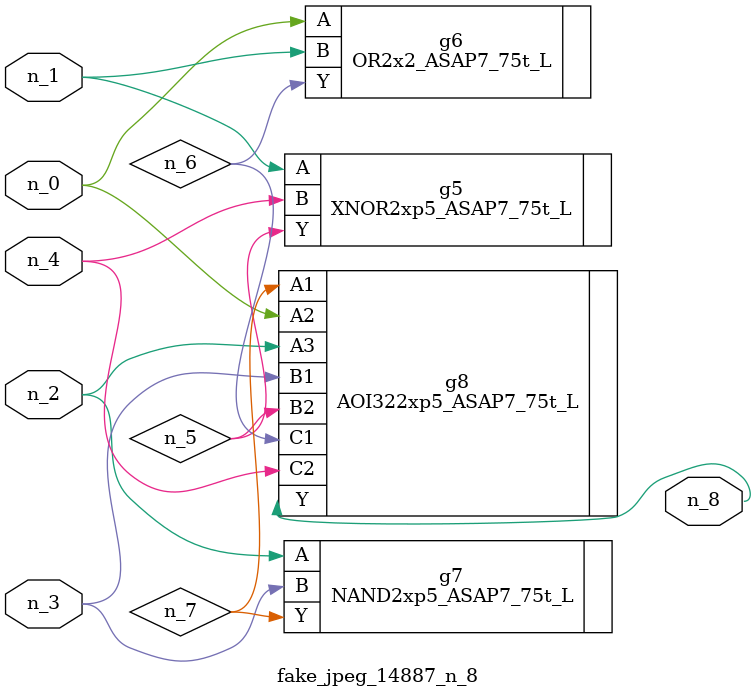
<source format=v>
module fake_jpeg_14887_n_8 (n_3, n_2, n_1, n_0, n_4, n_8);

input n_3;
input n_2;
input n_1;
input n_0;
input n_4;

output n_8;

wire n_6;
wire n_5;
wire n_7;

XNOR2xp5_ASAP7_75t_L g5 ( 
.A(n_1),
.B(n_4),
.Y(n_5)
);

OR2x2_ASAP7_75t_L g6 ( 
.A(n_0),
.B(n_1),
.Y(n_6)
);

NAND2xp5_ASAP7_75t_L g7 ( 
.A(n_2),
.B(n_3),
.Y(n_7)
);

AOI322xp5_ASAP7_75t_L g8 ( 
.A1(n_7),
.A2(n_0),
.A3(n_2),
.B1(n_3),
.B2(n_5),
.C1(n_6),
.C2(n_4),
.Y(n_8)
);


endmodule
</source>
